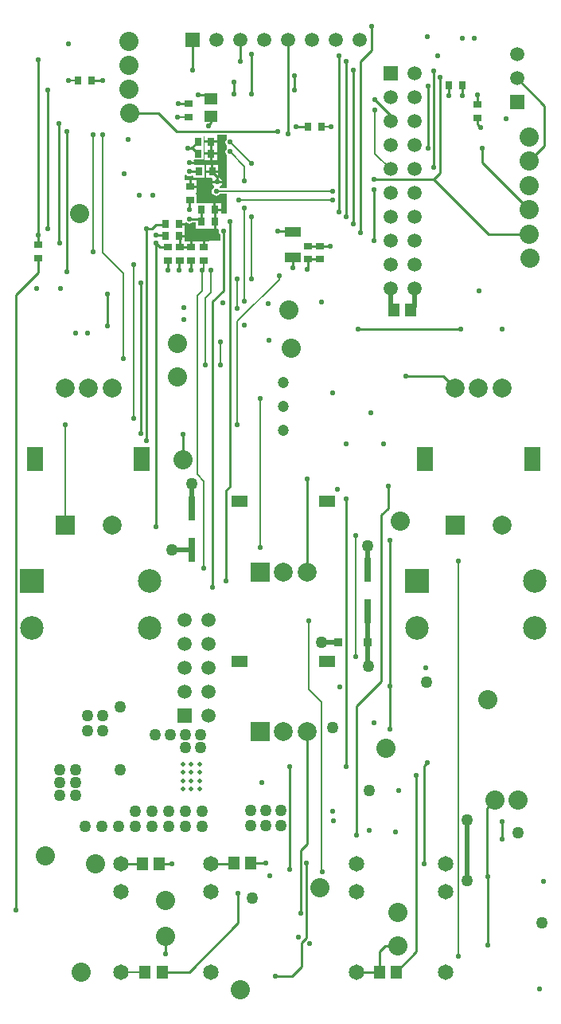
<source format=gbl>
G04*
G04 #@! TF.GenerationSoftware,Altium Limited,CircuitStudio,1.5.1 (13)*
G04*
G04 Layer_Physical_Order=4*
G04 Layer_Color=12500520*
%FSLAX44Y44*%
%MOMM*%
G71*
G01*
G75*
%ADD10R,0.9000X0.8000*%
%ADD11R,0.8000X0.9000*%
%ADD14R,1.2000X1.4000*%
%ADD15R,1.4000X1.2000*%
%ADD18R,1.7000X1.1000*%
%ADD33C,0.2540*%
%ADD34C,0.5080*%
%ADD35C,0.2032*%
%ADD42R,1.8000X2.6000*%
%ADD43R,2.0000X2.0000*%
%ADD44C,2.0000*%
%ADD45C,2.0320*%
%ADD46C,2.5000*%
%ADD47R,2.5000X2.5000*%
%ADD48R,1.8000X1.2000*%
%ADD49C,1.6501*%
%ADD50C,1.5000*%
%ADD51R,1.5000X1.5000*%
%ADD52R,1.5000X1.5000*%
%ADD53C,1.2000*%
%ADD54C,0.5588*%
%ADD55C,1.2700*%
%ADD56C,0.5080*%
%ADD58R,0.6500X2.6000*%
%ADD59R,0.9000X0.9500*%
G36*
X458216Y1088898D02*
X482162D01*
X483012Y1087628D01*
X482759Y1086358D01*
X483134Y1084475D01*
X484201Y1082878D01*
X484313Y1082803D01*
Y1075436D01*
X472440D01*
Y1075372D01*
X468122D01*
Y1068832D01*
X465582D01*
Y1075372D01*
X460430D01*
Y1075374D01*
X454660D01*
Y1068834D01*
X452120D01*
Y1075374D01*
X446610D01*
Y1079500D01*
X440070D01*
Y1082040D01*
X446610D01*
Y1086176D01*
Y1091946D01*
X440070D01*
Y1094486D01*
X446610D01*
Y1094796D01*
X446814Y1095000D01*
X447879Y1095324D01*
X449475Y1094258D01*
X451358Y1093883D01*
X453241Y1094258D01*
X454837Y1095324D01*
X454912Y1095437D01*
X458216D01*
Y1088898D01*
D02*
G37*
G36*
X490982Y1183576D02*
X490246Y1182475D01*
X489871Y1180592D01*
X490246Y1178709D01*
X490982Y1177607D01*
X490982Y1173416D01*
X490246Y1172315D01*
X489871Y1170432D01*
X490246Y1168549D01*
X490982Y1167448D01*
X490982Y1132528D01*
X490084Y1131630D01*
X484082D01*
X483345Y1132488D01*
X483515Y1133812D01*
X484668Y1134582D01*
X485846Y1136347D01*
X486008Y1137158D01*
X475636D01*
X475797Y1136347D01*
X476976Y1134582D01*
X477619Y1134153D01*
X477567Y1132660D01*
X476581Y1132001D01*
X475514Y1130405D01*
X475139Y1128522D01*
X475514Y1126639D01*
X476581Y1125042D01*
X478177Y1123976D01*
X480060Y1123601D01*
X481943Y1123976D01*
X483539Y1125042D01*
X483787Y1125414D01*
X490982D01*
X490982Y1105290D01*
X490084Y1104392D01*
X484964D01*
Y1107440D01*
X478424D01*
Y1108710D01*
X477154D01*
Y1115750D01*
X471884D01*
Y1115314D01*
X458906D01*
Y1125268D01*
X458470D01*
Y1126696D01*
X459414D01*
Y1131966D01*
X452374D01*
Y1133236D01*
X451104D01*
Y1139776D01*
X447271D01*
X446375Y1140676D01*
X446395Y1145551D01*
X447666Y1145934D01*
X447878Y1145617D01*
X449475Y1144550D01*
X451358Y1144175D01*
X453241Y1144550D01*
X454328Y1145276D01*
X455598Y1144643D01*
Y1142818D01*
X467662D01*
Y1155882D01*
X457185D01*
X456275Y1157152D01*
X456290Y1157224D01*
X451104D01*
Y1159764D01*
X456290D01*
X456128Y1160575D01*
X456013Y1160748D01*
X456612Y1161868D01*
X466392D01*
Y1174568D01*
Y1186428D01*
X467662Y1187229D01*
X467820Y1187153D01*
Y1187131D01*
Y1182370D01*
X474360D01*
X480900D01*
Y1187131D01*
X480900Y1188140D01*
X482062Y1188401D01*
X490982D01*
Y1183576D01*
D02*
G37*
%LPC*%
G36*
X482170Y1148080D02*
X475630D01*
X469090D01*
Y1142310D01*
X475473D01*
X476152Y1141040D01*
X475797Y1140509D01*
X475636Y1139698D01*
X486008D01*
X485846Y1140509D01*
X484668Y1142273D01*
X482903Y1143452D01*
X482170Y1143598D01*
Y1148080D01*
D02*
G37*
G36*
X459414Y1139776D02*
X453644D01*
Y1134506D01*
X459414D01*
Y1139776D01*
D02*
G37*
G36*
X484964Y1115750D02*
X479694D01*
Y1109980D01*
X484964D01*
Y1115750D01*
D02*
G37*
G36*
X474360Y1156390D02*
X469090D01*
Y1150620D01*
X474360D01*
Y1156390D01*
D02*
G37*
G36*
X480900Y1167130D02*
X475630D01*
Y1161360D01*
X480900D01*
Y1167130D01*
D02*
G37*
G36*
Y1179830D02*
X474360D01*
X467820D01*
Y1174060D01*
Y1169670D01*
X474360D01*
X480900D01*
Y1174060D01*
Y1179830D01*
D02*
G37*
G36*
X482170Y1156390D02*
X476900D01*
Y1150620D01*
X482170D01*
Y1156390D01*
D02*
G37*
G36*
X473090Y1167130D02*
X467820D01*
Y1161360D01*
X473090D01*
Y1167130D01*
D02*
G37*
%LPD*%
D10*
X290576Y1057260D02*
D03*
Y1071260D02*
D03*
X758190Y1220612D02*
D03*
Y1206612D02*
D03*
X590550Y1055990D02*
D03*
Y1069990D02*
D03*
X450850Y1207120D02*
D03*
Y1221120D02*
D03*
X577850Y1055990D02*
D03*
Y1069990D02*
D03*
X453390Y1054834D02*
D03*
Y1068834D02*
D03*
X452374Y1119236D02*
D03*
Y1133236D02*
D03*
X440944Y1068832D02*
D03*
Y1054832D02*
D03*
X428244Y1054720D02*
D03*
Y1068720D02*
D03*
X466852Y1068832D02*
D03*
Y1054832D02*
D03*
D11*
X741568Y1240790D02*
D03*
X727568D02*
D03*
X460360Y1181100D02*
D03*
X474360D02*
D03*
X577708Y1196594D02*
D03*
X591708D02*
D03*
X461630Y1149350D02*
D03*
X475630D02*
D03*
X464424Y1096010D02*
D03*
X478424D02*
D03*
X464424Y1108710D02*
D03*
X478424D02*
D03*
X460360Y1168400D02*
D03*
X474360D02*
D03*
X333106Y1246124D02*
D03*
X347106D02*
D03*
X440070Y1080770D02*
D03*
X426070D02*
D03*
X440070Y1093216D02*
D03*
X426070D02*
D03*
D14*
X498492Y414274D02*
D03*
X516492D02*
D03*
X401210Y414020D02*
D03*
X419210D02*
D03*
X669180Y1002030D02*
D03*
X687180D02*
D03*
X404258Y298958D02*
D03*
X422258D02*
D03*
X653432D02*
D03*
X671432D02*
D03*
D15*
X474726Y1208168D02*
D03*
Y1226168D02*
D03*
D18*
X561340Y1085380D02*
D03*
Y1058380D02*
D03*
D33*
X478424Y1085230D02*
Y1096010D01*
X440944Y1068832D02*
Y1079896D01*
Y1068832D02*
X453388D01*
X711454Y1140714D02*
X769620Y1082548D01*
X711454Y1140714D02*
X718312Y1147572D01*
X769620Y1082548D02*
X812800D01*
X718312Y1147572D02*
Y1249680D01*
X727568Y1229614D02*
Y1240790D01*
X480822Y1138428D02*
Y1143904D01*
X475376Y1149350D02*
X480822Y1143904D01*
X474360Y1162954D02*
Y1168400D01*
X453248Y1173988D02*
X454772D01*
X460360Y1168400D01*
X453248Y1173988D02*
X460360Y1181100D01*
X450088Y1173988D02*
X453248D01*
X453390Y1044448D02*
Y1054834D01*
X428752Y1044448D02*
Y1054720D01*
X440690Y1044448D02*
Y1054578D01*
X464424Y1096010D02*
Y1108710D01*
X451358Y1098804D02*
X461630D01*
X478424Y1096010D02*
Y1108710D01*
X577850Y1046988D02*
Y1055990D01*
X561340Y1046734D02*
Y1058380D01*
X406146Y863346D02*
Y1088644D01*
Y1088898D01*
X425704Y317754D02*
Y336550D01*
X503174Y351028D02*
Y382524D01*
X451104Y298958D02*
X503174Y351028D01*
X422258Y298958D02*
X451104D01*
X659638Y326644D02*
X673100D01*
X653432Y320438D02*
X659638Y326644D01*
X653432Y298958D02*
Y320438D01*
X671432Y298958D02*
X692912Y320438D01*
X575818Y334830D02*
Y414274D01*
X571246Y330258D02*
X575818Y334830D01*
X784098Y440436D02*
Y458724D01*
X784000Y440338D02*
X784098Y440436D01*
X768350Y473350D02*
X776500Y481500D01*
X768350Y402844D02*
Y473350D01*
Y402844D02*
X768604Y400558D01*
X266954Y1018540D02*
X290576Y1042162D01*
X266954Y364744D02*
Y1018540D01*
X571246Y304800D02*
Y330258D01*
X560720Y294274D02*
X571246Y304800D01*
X543194Y294274D02*
X560720D01*
X569722Y361188D02*
Y427736D01*
X576500Y434514D01*
X768604Y327406D02*
Y400558D01*
X419210Y414020D02*
X433070D01*
X516492Y414274D02*
X532638D01*
X474000Y414001D02*
X498219D01*
X558292Y408178D02*
Y517144D01*
X655574Y784352D02*
X662940Y791718D01*
Y815086D01*
X576500Y724000D02*
Y822960D01*
X476250Y1011174D02*
X487680Y1022604D01*
X476250Y707136D02*
Y1011174D01*
X576500Y434514D02*
Y554000D01*
X618490Y517144D02*
Y801370D01*
X364490Y985500D02*
Y1019302D01*
X438150Y1191768D02*
X545846D01*
X418338Y1211580D02*
X438150Y1191768D01*
X388366Y1211580D02*
X418338D01*
X487680Y1022604D02*
Y1086358D01*
X471678Y1198118D02*
Y1198372D01*
X474726Y1201420D01*
Y1208168D01*
X762762Y1158494D02*
X812800Y1108456D01*
X762762Y1158494D02*
Y1173988D01*
X812800Y1160272D02*
X829310Y1176782D01*
X647700Y1140714D02*
X711454D01*
X711708Y1153668D02*
Y1256030D01*
X741750Y1230884D02*
Y1240608D01*
X705358Y1173988D02*
Y1240282D01*
X829310Y1176782D02*
Y1219200D01*
X800100Y1248410D02*
X829310Y1219200D01*
X562864Y1235456D02*
Y1250696D01*
X645160Y1278382D02*
Y1303274D01*
X633222Y1266444D02*
X645160Y1278382D01*
X517652Y1231900D02*
Y1273556D01*
X439562Y1221120D02*
X450850D01*
X499000Y1231900D02*
Y1244346D01*
X626110Y1094000D02*
Y1257300D01*
X618490Y1101090D02*
Y1266190D01*
X648970Y1225550D02*
X665480Y1209040D01*
X647700Y1075690D02*
Y1130300D01*
X665480Y1202690D02*
Y1209040D01*
X577850Y1069990D02*
X590550D01*
X577850Y1055990D02*
X590550D01*
X451358Y1149096D02*
X461630D01*
X451322Y1109000D02*
Y1117422D01*
X474360Y1168400D02*
Y1181100D01*
X590550Y1069990D02*
X601472D01*
X560616Y1086104D02*
X561340Y1085380D01*
X545846Y1086104D02*
X560616D01*
X758190Y1199158D02*
X761250Y1196098D01*
X758190Y1199158D02*
Y1206612D01*
Y1220612D02*
Y1230884D01*
X565150Y1196594D02*
X577708D01*
X379000Y414001D02*
X401191D01*
X556260Y1189482D02*
Y1289050D01*
X610870Y1106170D02*
Y1272540D01*
X347106Y1246124D02*
X358902D01*
X633222Y1084072D02*
Y1266444D01*
X300736Y1088898D02*
Y1235964D01*
X290576Y1071260D02*
Y1081532D01*
X290322Y1081786D02*
Y1267640D01*
X312580Y1073752D02*
Y1200658D01*
X505460Y1265936D02*
Y1289050D01*
X454660Y1257300D02*
Y1289050D01*
X320802Y1042670D02*
Y1191768D01*
X681592Y931562D02*
X721438D01*
X734000Y919000D01*
X629000Y299000D02*
X653390D01*
X701059Y414001D02*
Y517925D01*
X704596Y521462D01*
X399542Y870712D02*
Y1030986D01*
X444500Y843280D02*
Y869950D01*
X290576Y1042162D02*
Y1057260D01*
X490220Y713994D02*
Y810006D01*
X495046Y814832D01*
Y1095756D01*
X629158Y444246D02*
Y581152D01*
X655574Y607568D01*
Y784352D01*
X692912Y320438D02*
Y507492D01*
X665226Y602742D02*
Y757174D01*
Y557022D02*
Y602742D01*
X631190Y982180D02*
X739940D01*
X471949Y1226168D02*
X474726D01*
X467614Y1230503D02*
X471949Y1226168D01*
X460883Y1230503D02*
X467614D01*
X416052Y1072896D02*
X420228Y1068720D01*
X428244D01*
X416052Y771652D02*
Y1072896D01*
X406146Y1088898D02*
X411988D01*
X415798Y1092708D01*
X425562D01*
X415544Y1081786D02*
X425054D01*
D34*
X747014Y395986D02*
Y459994D01*
X641500Y649000D02*
Y682000D01*
X665480Y1005730D02*
Y1024890D01*
X690880Y1005730D02*
Y1024890D01*
X591850Y649000D02*
X610000D01*
X454000Y791000D02*
Y817270D01*
X641500Y726000D02*
Y751736D01*
X433084Y747000D02*
X454000D01*
X641500Y623674D02*
Y649000D01*
D35*
X466852Y1045972D02*
Y1054832D01*
X474472Y1020572D02*
Y1044448D01*
X465328Y1022858D02*
Y1044448D01*
X591708Y1196594D02*
X601980D01*
X578104Y599440D02*
X592328Y585216D01*
Y404495D02*
Y585216D01*
X480060Y1128522D02*
X603504D01*
X578104Y599440D02*
Y672084D01*
X467106Y727964D02*
Y820420D01*
X459740Y827786D02*
X467106Y820420D01*
X379000Y299000D02*
X404216D01*
X737616Y315722D02*
Y735330D01*
X527050Y750062D02*
Y908050D01*
X628650Y633984D02*
Y762762D01*
X484632Y944118D02*
Y967994D01*
X468376Y943610D02*
Y1014476D01*
X474472Y1020572D01*
X452374Y1118474D02*
X455026D01*
X546989Y1034415D02*
Y1038225D01*
X359156Y1062736D02*
Y1188212D01*
X349250Y1063752D02*
Y1188466D01*
X510286Y1011428D02*
Y1110488D01*
X494792Y1170432D02*
X510286Y1154938D01*
Y1139190D02*
Y1154938D01*
X494792Y1180592D02*
X517398Y1157986D01*
X648970Y1168400D02*
X665480Y1151890D01*
X648970Y1168400D02*
Y1214500D01*
X322580Y1246378D02*
X332852D01*
X504000Y1118806D02*
X604076D01*
X439024Y1207120D02*
X450850D01*
X517398Y1035304D02*
Y1101090D01*
X502666Y1004062D02*
Y1035304D01*
Y990092D02*
X546989Y1034415D01*
X502666Y879856D02*
Y990092D01*
X380962Y950760D02*
Y1040930D01*
X359156Y1062736D02*
X380962Y1040930D01*
X392572Y887364D02*
Y1050148D01*
X319000Y774000D02*
Y879856D01*
X459740Y827786D02*
Y1017270D01*
X465328Y1022858D01*
D42*
X287000Y844000D02*
D03*
X401000D02*
D03*
X702000D02*
D03*
X816000D02*
D03*
D43*
X319000Y774000D02*
D03*
X526500Y724000D02*
D03*
X734000Y774000D02*
D03*
X526500Y554000D02*
D03*
D44*
X369000Y774000D02*
D03*
X319000Y919000D02*
D03*
X344000D02*
D03*
X369000D02*
D03*
X551500Y724000D02*
D03*
X576500D02*
D03*
X784000Y774000D02*
D03*
X734000Y919000D02*
D03*
X759000D02*
D03*
X784000D02*
D03*
X551500Y554000D02*
D03*
X576500D02*
D03*
D45*
X812800Y1108456D02*
D03*
Y1186180D02*
D03*
X673100Y326644D02*
D03*
X769112Y588264D02*
D03*
X660654Y536194D02*
D03*
X590296Y388620D02*
D03*
X673100Y362458D02*
D03*
X505714Y279654D02*
D03*
X336042Y298958D02*
D03*
X425704Y336550D02*
D03*
X676148Y777494D02*
D03*
X444500Y843280D02*
D03*
X425704Y374904D02*
D03*
X351282Y413766D02*
D03*
X387350Y1287780D02*
D03*
X388366Y1211580D02*
D03*
X387350Y1236980D02*
D03*
Y1262380D02*
D03*
X438912Y930656D02*
D03*
Y966470D02*
D03*
X557276Y1002030D02*
D03*
X559562Y961390D02*
D03*
X297942Y422148D02*
D03*
X813816Y1056894D02*
D03*
X334772Y1104646D02*
D03*
X776500Y481500D02*
D03*
X801500D02*
D03*
X812800Y1160272D02*
D03*
Y1134364D02*
D03*
Y1082548D02*
D03*
D46*
X409000Y664000D02*
D03*
Y714000D02*
D03*
X284000Y664000D02*
D03*
X819000D02*
D03*
Y714000D02*
D03*
X694000Y664000D02*
D03*
D47*
X284000Y714000D02*
D03*
X694000D02*
D03*
D48*
X598000Y799000D02*
D03*
X505000D02*
D03*
X598000Y629000D02*
D03*
X505000D02*
D03*
D49*
X474000Y299000D02*
D03*
Y384001D02*
D03*
Y414001D02*
D03*
X379000Y299000D02*
D03*
Y384001D02*
D03*
Y414001D02*
D03*
X724000Y299000D02*
D03*
Y384001D02*
D03*
Y414001D02*
D03*
X629158Y299000D02*
D03*
Y384001D02*
D03*
Y414001D02*
D03*
D50*
X800100Y1273810D02*
D03*
Y1248410D02*
D03*
X632460Y1289050D02*
D03*
X607060D02*
D03*
X581660D02*
D03*
X556260D02*
D03*
X530860D02*
D03*
X505460D02*
D03*
X480060D02*
D03*
X690880Y1024890D02*
D03*
X665480D02*
D03*
X690880Y1050290D02*
D03*
X665480D02*
D03*
X690880Y1075690D02*
D03*
X665480D02*
D03*
X690880Y1101090D02*
D03*
X665480D02*
D03*
X690880Y1126490D02*
D03*
X665480D02*
D03*
X690880Y1151890D02*
D03*
X665480D02*
D03*
X690880Y1177290D02*
D03*
X665480D02*
D03*
X690880Y1202690D02*
D03*
X665480D02*
D03*
X690880Y1228090D02*
D03*
X665480D02*
D03*
X690880Y1253490D02*
D03*
X471900Y571500D02*
D03*
X446500Y596900D02*
D03*
X471900D02*
D03*
X446500Y622300D02*
D03*
X471900D02*
D03*
X446500Y647700D02*
D03*
X471900D02*
D03*
X446500Y673100D02*
D03*
X471900D02*
D03*
D51*
X800100Y1223010D02*
D03*
X665480Y1253490D02*
D03*
X446500Y571500D02*
D03*
D52*
X454660Y1289050D02*
D03*
D53*
X551500Y899400D02*
D03*
Y874000D02*
D03*
Y924800D02*
D03*
D54*
X465328Y1119632D02*
D03*
X478536D02*
D03*
X477520Y1080770D02*
D03*
X465760D02*
D03*
X454000Y1090168D02*
D03*
Y1080770D02*
D03*
X718312Y1249680D02*
D03*
X727568Y1229614D02*
D03*
X480822Y1138428D02*
D03*
X428752Y1044448D02*
D03*
X453390D02*
D03*
X561340Y1046734D02*
D03*
X579628Y328930D02*
D03*
X480060Y1128522D02*
D03*
X425704Y317754D02*
D03*
X503174Y382524D02*
D03*
X575818Y414274D02*
D03*
X784098Y458724D02*
D03*
X784000Y440338D02*
D03*
X266954Y364998D02*
D03*
X569722Y361188D02*
D03*
X592455Y404876D02*
D03*
X737616Y315722D02*
D03*
X768604Y327406D02*
D03*
Y400558D02*
D03*
X629158Y444246D02*
D03*
X558292Y408178D02*
D03*
X433070Y414020D02*
D03*
X532638Y414274D02*
D03*
X558292Y517144D02*
D03*
X618490D02*
D03*
X576580Y822960D02*
D03*
X628650Y762762D02*
D03*
X578104Y672084D02*
D03*
X476250Y707136D02*
D03*
X467106Y727964D02*
D03*
X737616Y735330D02*
D03*
X527050Y750062D02*
D03*
X604520Y459790D02*
D03*
X527050Y908050D02*
D03*
X628650Y633984D02*
D03*
X618490Y801370D02*
D03*
X484632Y967994D02*
D03*
Y944118D02*
D03*
X468376Y943610D02*
D03*
X474472Y1044448D02*
D03*
X510032Y985774D02*
D03*
X330454Y977646D02*
D03*
X342900Y977646D02*
D03*
X364490Y1019302D02*
D03*
Y985500D02*
D03*
X546989Y1038225D02*
D03*
X545846Y1191768D02*
D03*
X359156Y1188212D02*
D03*
X349250Y1188466D02*
D03*
X495046Y1095756D02*
D03*
X487680Y1086358D02*
D03*
X517398Y1101090D02*
D03*
X510286Y1110488D02*
D03*
X517398Y1157986D02*
D03*
X510286Y1139190D02*
D03*
X494792Y1180592D02*
D03*
Y1170432D02*
D03*
X471678Y1198118D02*
D03*
X762762Y1173988D02*
D03*
X647700Y1140714D02*
D03*
X705358Y1240282D02*
D03*
X711708Y1256030D02*
D03*
X741750Y1229614D02*
D03*
X711708Y1153668D02*
D03*
X705358Y1173988D02*
D03*
X562864Y1250696D02*
D03*
X645160Y1303274D02*
D03*
X517652Y1231900D02*
D03*
X439562Y1221120D02*
D03*
X461010Y1230630D02*
D03*
X499000Y1244346D02*
D03*
Y1231900D02*
D03*
X626110Y1257300D02*
D03*
Y1094000D02*
D03*
X618490Y1101090D02*
D03*
Y1266190D02*
D03*
X610870Y1106170D02*
D03*
X648970Y1225550D02*
D03*
X647700Y1130300D02*
D03*
X603504Y1128522D02*
D03*
X647700Y1075690D02*
D03*
X648970Y1214500D02*
D03*
X322580Y1285240D02*
D03*
X537210Y401320D02*
D03*
X314000Y1024890D02*
D03*
X289000D02*
D03*
X828050Y394960D02*
D03*
X824230Y280670D02*
D03*
X759460Y1022350D02*
D03*
X543194Y294274D02*
D03*
X674370Y491998D02*
D03*
X671130Y447802D02*
D03*
X604012Y469392D02*
D03*
X576580Y1045718D02*
D03*
X451358Y1098804D02*
D03*
X440690Y1044448D02*
D03*
X465328D02*
D03*
X415544Y1081786D02*
D03*
X416052Y1072896D02*
D03*
X382430Y1146970D02*
D03*
X386588Y1183132D02*
D03*
X451104Y1158494D02*
D03*
X450088Y1173988D02*
D03*
X451322Y1109000D02*
D03*
X451358Y1149096D02*
D03*
X601472Y1069990D02*
D03*
X545846Y1086104D02*
D03*
X761250Y1196098D02*
D03*
X758190Y1230884D02*
D03*
X741750Y1290828D02*
D03*
X704342Y1292860D02*
D03*
X715264Y1272540D02*
D03*
X788304Y1204976D02*
D03*
X565150Y1196594D02*
D03*
X601980D02*
D03*
X567690Y336042D02*
D03*
X658114Y859790D02*
D03*
X608510Y811710D02*
D03*
X556260Y1189482D02*
D03*
X610870Y1272540D02*
D03*
X358902Y1246124D02*
D03*
X322580Y1246378D02*
D03*
X633222Y1084072D02*
D03*
X604266Y1118616D02*
D03*
X504000Y1118806D02*
D03*
X439024Y1207120D02*
D03*
X300736Y1235964D02*
D03*
Y1088898D02*
D03*
X290322Y1081786D02*
D03*
Y1267640D02*
D03*
X313436Y1072896D02*
D03*
X312580Y1200658D02*
D03*
X320802Y1042670D02*
D03*
X505460Y1265936D02*
D03*
X517652Y1273556D02*
D03*
X454660Y1257300D02*
D03*
X562864Y1235456D02*
D03*
X739940Y982180D02*
D03*
X320802Y1191768D02*
D03*
X536194Y970026D02*
D03*
X535432Y1008634D02*
D03*
X592216Y1010300D02*
D03*
X445516Y991870D02*
D03*
X681592Y931562D02*
D03*
X784000Y981612D02*
D03*
X644906Y893064D02*
D03*
X618490Y859790D02*
D03*
X445262Y1004570D02*
D03*
X517398Y1035304D02*
D03*
X502666Y1004062D02*
D03*
Y1035304D02*
D03*
X510286Y1011428D02*
D03*
X486664Y1009650D02*
D03*
X380962Y950760D02*
D03*
X392572Y887364D02*
D03*
X349250Y1063752D02*
D03*
X392572Y1050148D02*
D03*
X406146Y1088644D02*
D03*
X412242Y1123950D02*
D03*
X398272Y1124204D02*
D03*
X406146Y863346D02*
D03*
X701059Y414001D02*
D03*
X704596Y521462D02*
D03*
X399542Y1030986D02*
D03*
Y870712D02*
D03*
X444500Y869950D02*
D03*
X502666Y879856D02*
D03*
X319000D02*
D03*
X662940Y815086D02*
D03*
X490220Y713994D02*
D03*
X692912Y507492D02*
D03*
X665226Y757174D02*
D03*
X647954Y563880D02*
D03*
X611886Y601726D02*
D03*
X665226Y602742D02*
D03*
Y557022D02*
D03*
X631190Y982180D02*
D03*
X604266Y914400D02*
D03*
X642874Y449580D02*
D03*
X528828Y500126D02*
D03*
X702564Y621792D02*
D03*
X754750Y1290828D02*
D03*
X416052Y771652D02*
D03*
D55*
X464820Y453390D02*
D03*
Y469900D02*
D03*
X447040Y550926D02*
D03*
X463550Y536956D02*
D03*
X447294D02*
D03*
X801370Y447040D02*
D03*
X747014Y395986D02*
D03*
Y459994D02*
D03*
X518668Y377190D02*
D03*
X516636Y470662D02*
D03*
X532638D02*
D03*
X548640Y454152D02*
D03*
X532638D02*
D03*
X516636D02*
D03*
X548640Y470662D02*
D03*
X603758Y558292D02*
D03*
X642556Y491490D02*
D03*
X377952Y513334D02*
D03*
X411480Y453390D02*
D03*
X429260D02*
D03*
Y469900D02*
D03*
X411480D02*
D03*
X447040D02*
D03*
Y453390D02*
D03*
X342900Y571500D02*
D03*
X359410D02*
D03*
X342900Y554990D02*
D03*
X359410D02*
D03*
X431038Y550672D02*
D03*
X393700Y469900D02*
D03*
Y453390D02*
D03*
X340360D02*
D03*
X358140D02*
D03*
X375920D02*
D03*
X591850Y649000D02*
D03*
X454000Y817270D02*
D03*
X641500Y751736D02*
D03*
X433084Y747000D02*
D03*
X826164Y351518D02*
D03*
X703834Y606410D02*
D03*
X641604Y623570D02*
D03*
X377952Y580390D02*
D03*
X463550Y550672D02*
D03*
X414782D02*
D03*
X330200Y513842D02*
D03*
Y486156D02*
D03*
Y499999D02*
D03*
X313436D02*
D03*
Y486156D02*
D03*
Y513842D02*
D03*
D56*
X444500Y519430D02*
D03*
X462280D02*
D03*
Y510709D02*
D03*
Y501988D02*
D03*
Y493268D02*
D03*
X453390Y519430D02*
D03*
Y510709D02*
D03*
Y501988D02*
D03*
Y493268D02*
D03*
X444500Y510709D02*
D03*
Y501988D02*
D03*
Y493268D02*
D03*
D58*
X454000Y791000D02*
D03*
Y747000D02*
D03*
X641500Y682000D02*
D03*
Y726000D02*
D03*
D59*
X610000Y649000D02*
D03*
X641500D02*
D03*
M02*

</source>
